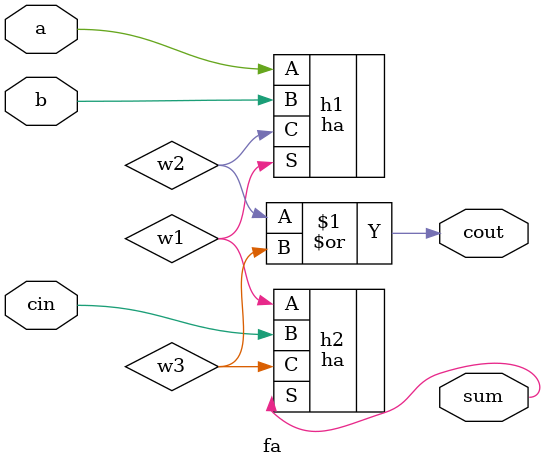
<source format=v>
`timescale 1ns / 1ps

module fa(a, b, cin, sum,cout );

input a,b,cin;
output cout, sum;

wire w1, w2, w3;

ha h1(.A (a), .B (b), .S(w1), .C(w2));
ha h2(.A (w1), .B (cin), .S(sum), .C(w3));

assign cout = w2 | w3;

endmodule

</source>
